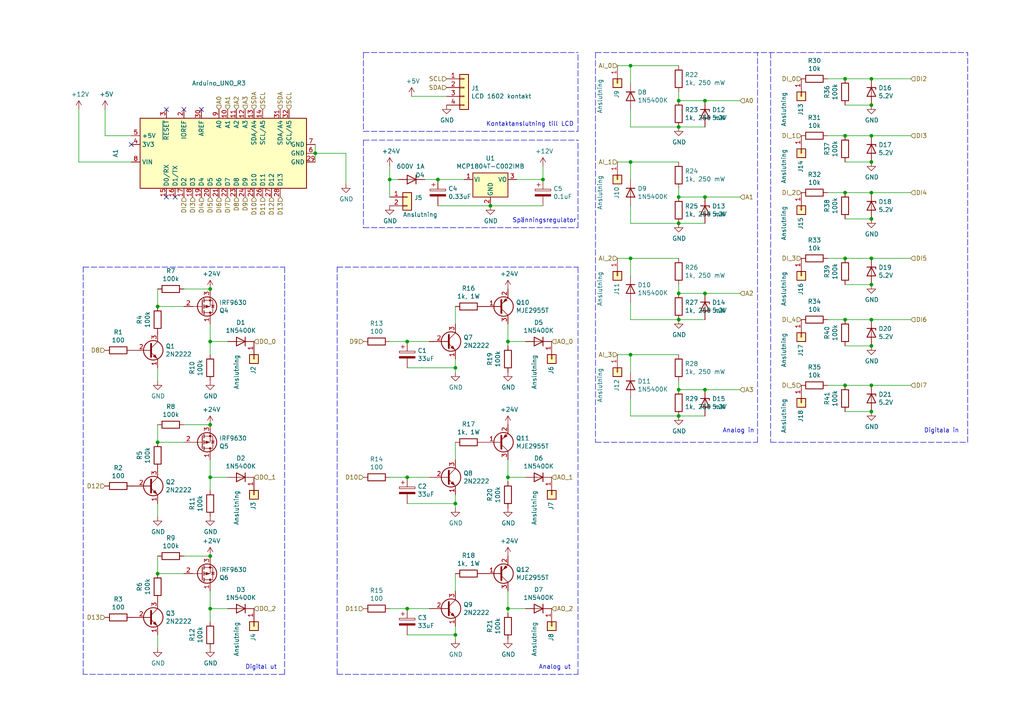
<source format=kicad_sch>
(kicad_sch (version 20211123) (generator eeschema)
  (paper "A4")
  (title_block (title "ITH PLC") (date "2021-12-02") (rev "-") (company "Institutet för tillämpad hydraulik") (comment 1 "Daniel Mårtensson"))
  (lib_symbols
    (symbol "Connector_Generic:Conn_01x01" (pin_names (offset 1.016) hide)
      (property "Reference" "J" (at 0 2.54 0))
      (property "Value" "Conn_01x01" (at 0 -2.54 0))
      (symbol "Conn_01x01_1_1"
        (pin passive line (at -5.08 0 0) (length 3.81) (name "Pin_1") (number "1"))
      )
    )
    (symbol "Connector_Generic:Conn_01x02" (pin_names (offset 1.016) hide)
      (property "Reference" "J" (at 0 2.54 0))
      (property "Value" "Conn_01x02" (at 0 -5.08 0))
      (symbol "Conn_01x02_1_1"
        (pin passive line (at -5.08 0 0) (length 3.81) (name "Pin_1") (number "1"))
        (pin passive line (at -5.08 -2.54 0) (length 3.81) (name "Pin_2") (number "2"))
      )
    )
    (symbol "Connector_Generic:Conn_01x04" (pin_names (offset 1.016) hide)
      (property "Reference" "J" (at 0 5.08 0))
      (property "Value" "Conn_01x04" (at 0 -7.62 0))
      (symbol "Conn_01x04_1_1"
        (pin passive line (at -5.08 2.54 0) (length 3.81) (name "Pin_1") (number "1"))
        (pin passive line (at -5.08 0 0) (length 3.81) (name "Pin_2") (number "2"))
        (pin passive line (at -5.08 -2.54 0) (length 3.81) (name "Pin_3") (number "3"))
        (pin passive line (at -5.08 -5.08 0) (length 3.81) (name "Pin_4") (number "4"))
      )
    )
    (symbol "Device:D" (pin_numbers hide) (pin_names (offset 1.016) hide)
      (property "Reference" "D" (at 0 2.54 0))
      (property "Value" "D" (at 0 -2.54 0))
      (symbol "D_1_1"
        (pin passive line (at -3.81 0 0) (length 2.54) (name "K") (number "1"))
        (pin passive line (at 3.81 0 180) (length 2.54) (name "A") (number "2"))
      )
    )
    (symbol "Device:D_Zener" (pin_numbers hide) (pin_names (offset 1.016) hide)
      (property "Reference" "D" (at 0 2.54 0))
      (property "Value" "D_Zener" (at 0 -2.54 0))
      (symbol "D_Zener_1_1"
        (pin passive line (at -3.81 0 0) (length 2.54) (name "K") (number "1"))
        (pin passive line (at 3.81 0 180) (length 2.54) (name "A") (number "2"))
      )
    )
    (symbol "Device:R" (pin_numbers hide) (pin_names (offset 0))
      (property "Reference" "R" (at 2.032 0 90))
      (property "Value" "R" (at 0 0 90))
      (symbol "R_1_1"
        (pin passive line (at 0 3.81 270) (length 1.27) (name "~") (number "1"))
        (pin passive line (at 0 -3.81 90) (length 1.27) (name "~") (number "2"))
      )
    )
    (symbol "Goobylåda---Kretskort-rescue:CP-Device" (pin_numbers hide) (pin_names (offset 0.254))
      (property "Reference" "C" (at 0.635 2.54 0))
      (property "Value" "CP-Device" (at 0.635 -2.54 0))
      (symbol "CP-Device_1_1"
        (pin passive line (at 0 3.81 270) (length 2.794) (name "~") (number "1"))
        (pin passive line (at 0 -3.81 90) (length 2.794) (name "~") (number "2"))
      )
    )
    (symbol "MCU_Module:Arduino_UNO_R3"
      (property "Reference" "A" (at -10.16 23.495 0))
      (property "Value" "Arduino_UNO_R3" (at 5.08 -26.67 0))
      (symbol "Arduino_UNO_R3_1_1"
        (pin no_connect line (at -10.16 -20.32 0) (length 2.54) hide (name "NC") (number "1"))
        (pin bidirectional line (at 12.7 -2.54 180) (length 2.54) (name "A1") (number "10"))
        (pin bidirectional line (at 12.7 -5.08 180) (length 2.54) (name "A2") (number "11"))
        (pin bidirectional line (at 12.7 -7.62 180) (length 2.54) (name "A3") (number "12"))
        (pin bidirectional line (at 12.7 -10.16 180) (length 2.54) (name "SDA/A4") (number "13"))
        (pin bidirectional line (at 12.7 -12.7 180) (length 2.54) (name "SCL/A5") (number "14"))
        (pin bidirectional line (at -12.7 15.24 0) (length 2.54) (name "D0/RX") (number "15"))
        (pin bidirectional line (at -12.7 12.7 0) (length 2.54) (name "D1/TX") (number "16"))
        (pin bidirectional line (at -12.7 10.16 0) (length 2.54) (name "D2") (number "17"))
        (pin bidirectional line (at -12.7 7.62 0) (length 2.54) (name "D3") (number "18"))
        (pin bidirectional line (at -12.7 5.08 0) (length 2.54) (name "D4") (number "19"))
        (pin output line (at 12.7 10.16 180) (length 2.54) (name "IOREF") (number "2"))
        (pin bidirectional line (at -12.7 2.54 0) (length 2.54) (name "D5") (number "20"))
        (pin bidirectional line (at -12.7 0 0) (length 2.54) (name "D6") (number "21"))
        (pin bidirectional line (at -12.7 -2.54 0) (length 2.54) (name "D7") (number "22"))
        (pin bidirectional line (at -12.7 -5.08 0) (length 2.54) (name "D8") (number "23"))
        (pin bidirectional line (at -12.7 -7.62 0) (length 2.54) (name "D9") (number "24"))
        (pin bidirectional line (at -12.7 -10.16 0) (length 2.54) (name "D10") (number "25"))
        (pin bidirectional line (at -12.7 -12.7 0) (length 2.54) (name "D11") (number "26"))
        (pin bidirectional line (at -12.7 -15.24 0) (length 2.54) (name "D12") (number "27"))
        (pin bidirectional line (at -12.7 -17.78 0) (length 2.54) (name "D13") (number "28"))
        (pin power_in line (at -2.54 -27.94 90) (length 2.54) (name "GND") (number "29"))
        (pin input line (at 12.7 15.24 180) (length 2.54) (name "~{RESET}") (number "3"))
        (pin input line (at 12.7 5.08 180) (length 2.54) (name "AREF") (number "30"))
        (pin bidirectional line (at 12.7 -17.78 180) (length 2.54) (name "SDA/A4") (number "31"))
        (pin bidirectional line (at 12.7 -20.32 180) (length 2.54) (name "SCL/A5") (number "32"))
        (pin power_out line (at 2.54 25.4 270) (length 2.54) (name "3V3") (number "4"))
        (pin power_out line (at 5.08 25.4 270) (length 2.54) (name "+5V") (number "5"))
        (pin power_in line (at 0 -27.94 90) (length 2.54) (name "GND") (number "6"))
        (pin power_in line (at 2.54 -27.94 90) (length 2.54) (name "GND") (number "7"))
        (pin power_in line (at -2.54 25.4 270) (length 2.54) (name "VIN") (number "8"))
        (pin bidirectional line (at 12.7 0 180) (length 2.54) (name "A0") (number "9"))
      )
    )
    (symbol "Regulator_Linear:LM7812_TO220" (pin_names (offset 0.254))
      (property "Reference" "U" (at -3.81 3.175 0))
      (property "Value" "LM7812_TO220" (at 0 3.175 0))
      (symbol "LM7812_TO220_1_1"
        (pin power_in line (at -7.62 0 0) (length 2.54) (name "VI") (number "1"))
        (pin power_in line (at 0 -7.62 90) (length 2.54) (name "GND") (number "2"))
        (pin power_out line (at 7.62 0 180) (length 2.54) (name "VO") (number "3"))
      )
    )
    (symbol "Transistor_BJT:2N2219" (pin_names (offset 0) hide)
      (property "Reference" "Q" (at 5.08 1.905 0))
      (property "Value" "2N2219" (at 5.08 0 0))
      (symbol "2N2219_1_1"
        (pin passive line (at 2.54 -5.08 90) (length 2.54) (name "E") (number "1"))
        (pin passive line (at -5.08 0 0) (length 5.715) (name "B") (number "2"))
        (pin passive line (at 2.54 5.08 270) (length 2.54) (name "C") (number "3"))
      )
    )
    (symbol "Transistor_BJT:MJ2955" (pin_names (offset 0) hide)
      (property "Reference" "Q" (at 5.08 1.905 0))
      (property "Value" "MJ2955" (at 5.08 0 0))
      (symbol "MJ2955_1_1"
        (pin input line (at -5.08 0 0) (length 5.715) (name "B") (number "1"))
        (pin passive line (at 2.54 -5.08 90) (length 2.54) (name "E") (number "2"))
        (pin passive line (at 2.54 5.08 270) (length 2.54) (name "C") (number "3"))
      )
    )
    (symbol "Transistor_FET:IRF9383M" (pin_names hide)
      (property "Reference" "Q" (at 5.08 1.905 0))
      (property "Value" "IRF9383M" (at 5.08 0 0))
      (symbol "IRF9383M_1_1"
        (pin passive line (at 2.54 5.08 270) (length 2.54) (name "D") (number "1"))
        (pin input line (at -5.08 0 0) (length 2.54) (name "G") (number "2"))
        (pin passive line (at 2.54 -5.08 90) (length 2.54) (name "S") (number "3"))
      )
    )
    (symbol "power:+12V" (power) (pin_names (offset 0))
      (property "Value" "+12V" (at 0 3.556 0))
      (symbol "+12V_1_1"
        (pin power_in line (at 0 0 90) (length 0) hide (name "+12V") (number "1"))
      )
    )
    (symbol "power:+24V" (power) (pin_names (offset 0))
      (property "Value" "+24V" (at 0 3.556 0))
      (symbol "+24V_1_1"
        (pin power_in line (at 0 0 90) (length 0) hide (name "+24V") (number "1"))
      )
    )
    (symbol "power:+5V" (power) (pin_names (offset 0))
      (property "Value" "+5V" (at 0 3.556 0))
      (symbol "+5V_1_1"
        (pin power_in line (at 0 0 90) (length 0) hide (name "+5V") (number "1"))
      )
    )
    (symbol "power:GND" (power) (pin_names (offset 0))
      (property "Value" "GND" (at 0 -3.81 0))
      (symbol "GND_1_1"
        (pin power_in line (at 0 0 270) (length 0) hide (name "GND") (number "1"))
      )
    )
  )
  (junction (at 252.73 82.55))
  (junction (at 60.96 123.19))
  (junction (at 196.85 120.65))
  (junction (at 118.11 138.43))
  (junction (at 252.73 30.48))
  (junction (at 245.11 39.37))
  (junction (at 252.73 63.5))
  (junction (at 142.24 59.69))
  (junction (at 204.47 85.09))
  (junction (at 252.73 111.76))
  (junction (at 196.85 113.03))
  (junction (at 127 52.07))
  (junction (at 182.88 102.87))
  (junction (at 252.73 100.33))
  (junction (at 45.72 128.27))
  (junction (at 147.32 99.06))
  (junction (at 204.47 29.21))
  (junction (at 60.96 176.53))
  (junction (at 91.44 44.45))
  (junction (at 196.85 92.71))
  (junction (at 245.11 55.88))
  (junction (at 118.11 176.53))
  (junction (at 196.85 64.77))
  (junction (at 132.08 106.68))
  (junction (at 157.48 52.07))
  (junction (at 60.96 83.82))
  (junction (at 245.11 111.76))
  (junction (at 196.85 36.83))
  (junction (at 252.73 55.88))
  (junction (at 132.08 184.15))
  (junction (at 252.73 46.99))
  (junction (at 60.96 138.43))
  (junction (at 147.32 176.53))
  (junction (at 252.73 119.38))
  (junction (at 60.96 99.06))
  (junction (at 204.47 113.03))
  (junction (at 204.47 57.15))
  (junction (at 182.88 74.93))
  (junction (at 245.11 22.86))
  (junction (at 45.72 88.9))
  (junction (at 252.73 39.37))
  (junction (at 196.85 29.21))
  (junction (at 252.73 74.93))
  (junction (at 147.32 138.43))
  (junction (at 196.85 57.15))
  (junction (at 132.08 146.05))
  (junction (at 60.96 161.29))
  (junction (at 182.88 46.99))
  (junction (at 252.73 92.71))
  (junction (at 196.85 85.09))
  (junction (at 113.03 52.07))
  (junction (at 252.73 22.86))
  (junction (at 245.11 74.93))
  (junction (at 118.11 99.06))
  (junction (at 245.11 92.71))
  (junction (at 45.72 166.37))
  (junction (at 182.88 19.05))
  (no_connect (at 50.8 57.15))
  (no_connect (at 48.26 57.15))
  (no_connect (at 38.1 41.91))
  (no_connect (at 48.26 31.75))
  (no_connect (at 53.34 31.75))
  (no_connect (at 58.42 31.75))
  (wire (pts (xy 182.88 80.01) (xy 182.88 74.93)))
  (polyline (pts (xy 223.52 15.24) (xy 223.52 128.27)))
  (wire (pts (xy 204.47 36.83) (xy 196.85 36.83)))
  (wire (pts (xy 38.1 39.37) (xy 30.48 39.37)))
  (wire (pts (xy 53.34 123.19) (xy 60.96 123.19)))
  (wire (pts (xy 45.72 187.96) (xy 45.72 184.15)))
  (wire (pts (xy 118.11 184.15) (xy 132.08 184.15)))
  (wire (pts (xy 196.85 29.21) (xy 196.85 26.67)))
  (wire (pts (xy 182.88 107.95) (xy 182.88 102.87)))
  (wire (pts (xy 147.32 100.33) (xy 147.32 99.06)))
  (wire (pts (xy 252.73 92.71) (xy 264.16 92.71)))
  (wire (pts (xy 182.88 36.83) (xy 182.88 31.75)))
  (wire (pts (xy 66.04 176.53) (xy 60.96 176.53)))
  (polyline (pts (xy 167.64 38.1) (xy 167.64 15.24)))
  (wire (pts (xy 252.73 39.37) (xy 245.11 39.37)))
  (polyline (pts (xy 97.79 195.58) (xy 167.64 195.58)))
  (wire (pts (xy 252.73 74.93) (xy 245.11 74.93)))
  (wire (pts (xy 252.73 55.88) (xy 245.11 55.88)))
  (polyline (pts (xy 105.41 40.64) (xy 167.64 40.64)))
  (polyline (pts (xy 82.55 195.58) (xy 24.13 195.58)))
  (wire (pts (xy 252.73 46.99) (xy 245.11 46.99)))
  (wire (pts (xy 113.03 52.07) (xy 113.03 48.26)))
  (wire (pts (xy 182.88 52.07) (xy 182.88 46.99)))
  (wire (pts (xy 147.32 171.45) (xy 147.32 176.53)))
  (wire (pts (xy 204.47 29.21) (xy 214.63 29.21)))
  (wire (pts (xy 66.04 99.06) (xy 60.96 99.06)))
  (wire (pts (xy 204.47 85.09) (xy 214.63 85.09)))
  (wire (pts (xy 45.72 123.19) (xy 45.72 128.27)))
  (wire (pts (xy 142.24 59.69) (xy 127 59.69)))
  (polyline (pts (xy 167.64 77.47) (xy 167.64 195.58)))
  (wire (pts (xy 204.47 57.15) (xy 214.63 57.15)))
  (wire (pts (xy 115.57 52.07) (xy 113.03 52.07)))
  (wire (pts (xy 196.85 113.03) (xy 204.47 113.03)))
  (polyline (pts (xy 105.41 66.04) (xy 167.64 66.04)))
  (wire (pts (xy 132.08 171.45) (xy 132.08 166.37)))
  (wire (pts (xy 157.48 52.07) (xy 157.48 48.26)))
  (wire (pts (xy 132.08 107.95) (xy 132.08 106.68)))
  (wire (pts (xy 196.85 85.09) (xy 204.47 85.09)))
  (wire (pts (xy 196.85 85.09) (xy 196.85 82.55)))
  (wire (pts (xy 129.54 27.94) (xy 119.38 27.94)))
  (polyline (pts (xy 167.64 66.04) (xy 167.64 40.64)))
  (wire (pts (xy 118.11 176.53) (xy 124.46 176.53)))
  (wire (pts (xy 182.88 36.83) (xy 196.85 36.83)))
  (wire (pts (xy 100.33 44.45) (xy 91.44 44.45)))
  (polyline (pts (xy 97.79 195.58) (xy 97.79 77.47)))
  (wire (pts (xy 132.08 147.32) (xy 132.08 146.05)))
  (wire (pts (xy 196.85 57.15) (xy 204.47 57.15)))
  (wire (pts (xy 45.72 149.86) (xy 45.72 146.05)))
  (wire (pts (xy 152.4 176.53) (xy 147.32 176.53)))
  (wire (pts (xy 147.32 93.98) (xy 147.32 99.06)))
  (wire (pts (xy 113.03 176.53) (xy 118.11 176.53)))
  (wire (pts (xy 147.32 139.7) (xy 147.32 138.43)))
  (wire (pts (xy 60.96 138.43) (xy 60.96 142.24)))
  (wire (pts (xy 60.96 99.06) (xy 60.96 102.87)))
  (wire (pts (xy 53.34 83.82) (xy 60.96 83.82)))
  (polyline (pts (xy 105.41 38.1) (xy 167.64 38.1)))
  (wire (pts (xy 252.73 100.33) (xy 245.11 100.33)))
  (wire (pts (xy 245.11 39.37) (xy 240.03 39.37)))
  (wire (pts (xy 60.96 93.98) (xy 60.96 99.06)))
  (wire (pts (xy 204.47 92.71) (xy 196.85 92.71)))
  (wire (pts (xy 147.32 133.35) (xy 147.32 138.43)))
  (wire (pts (xy 252.73 22.86) (xy 264.16 22.86)))
  (wire (pts (xy 113.03 57.15) (xy 113.03 52.07)))
  (wire (pts (xy 132.08 133.35) (xy 132.08 128.27)))
  (polyline (pts (xy 219.71 128.27) (xy 219.71 15.24)))
  (wire (pts (xy 45.72 88.9) (xy 53.34 88.9)))
  (wire (pts (xy 252.73 111.76) (xy 245.11 111.76)))
  (wire (pts (xy 245.11 92.71) (xy 252.73 92.71)))
  (polyline (pts (xy 172.72 128.27) (xy 219.71 128.27)))
  (wire (pts (xy 100.33 53.34) (xy 100.33 44.45)))
  (polyline (pts (xy 172.72 15.24) (xy 172.72 128.27)))
  (wire (pts (xy 45.72 166.37) (xy 53.34 166.37)))
  (wire (pts (xy 204.47 113.03) (xy 214.63 113.03)))
  (wire (pts (xy 182.88 102.87) (xy 196.85 102.87)))
  (wire (pts (xy 182.88 19.05) (xy 179.07 19.05)))
  (wire (pts (xy 196.85 113.03) (xy 196.85 110.49)))
  (wire (pts (xy 182.88 46.99) (xy 179.07 46.99)))
  (polyline (pts (xy 105.41 40.64) (xy 105.41 66.04)))
  (wire (pts (xy 252.73 55.88) (xy 264.16 55.88)))
  (wire (pts (xy 60.96 171.45) (xy 60.96 176.53)))
  (wire (pts (xy 91.44 46.99) (xy 91.44 44.45)))
  (wire (pts (xy 245.11 111.76) (xy 240.03 111.76)))
  (wire (pts (xy 182.88 102.87) (xy 179.07 102.87)))
  (wire (pts (xy 45.72 110.49) (xy 45.72 106.68)))
  (wire (pts (xy 152.4 138.43) (xy 147.32 138.43)))
  (wire (pts (xy 149.86 52.07) (xy 157.48 52.07)))
  (wire (pts (xy 182.88 19.05) (xy 196.85 19.05)))
  (wire (pts (xy 240.03 92.71) (xy 245.11 92.71)))
  (wire (pts (xy 182.88 64.77) (xy 182.88 59.69)))
  (wire (pts (xy 182.88 120.65) (xy 196.85 120.65)))
  (wire (pts (xy 252.73 74.93) (xy 264.16 74.93)))
  (wire (pts (xy 182.88 64.77) (xy 196.85 64.77)))
  (wire (pts (xy 60.96 176.53) (xy 60.96 180.34)))
  (polyline (pts (xy 172.72 15.24) (xy 280.67 15.24)))
  (wire (pts (xy 118.11 99.06) (xy 124.46 99.06)))
  (wire (pts (xy 45.72 161.29) (xy 45.72 166.37)))
  (wire (pts (xy 245.11 22.86) (xy 240.03 22.86)))
  (wire (pts (xy 152.4 99.06) (xy 147.32 99.06)))
  (wire (pts (xy 252.73 111.76) (xy 264.16 111.76)))
  (wire (pts (xy 182.88 74.93) (xy 179.07 74.93)))
  (wire (pts (xy 113.03 138.43) (xy 118.11 138.43)))
  (polyline (pts (xy 24.13 195.58) (xy 24.13 77.47)))
  (wire (pts (xy 252.73 39.37) (xy 264.16 39.37)))
  (wire (pts (xy 196.85 57.15) (xy 196.85 54.61)))
  (wire (pts (xy 182.88 92.71) (xy 196.85 92.71)))
  (wire (pts (xy 204.47 64.77) (xy 196.85 64.77)))
  (wire (pts (xy 147.32 177.8) (xy 147.32 176.53)))
  (wire (pts (xy 66.04 138.43) (xy 60.96 138.43)))
  (wire (pts (xy 182.88 74.93) (xy 196.85 74.93)))
  (wire (pts (xy 60.96 133.35) (xy 60.96 138.43)))
  (wire (pts (xy 132.08 185.42) (xy 132.08 184.15)))
  (polyline (pts (xy 223.52 128.27) (xy 280.67 128.27)))
  (wire (pts (xy 113.03 99.06) (xy 118.11 99.06)))
  (wire (pts (xy 245.11 55.88) (xy 240.03 55.88)))
  (wire (pts (xy 22.86 31.75) (xy 22.86 46.99)))
  (wire (pts (xy 132.08 93.98) (xy 132.08 88.9)))
  (wire (pts (xy 252.73 30.48) (xy 245.11 30.48)))
  (wire (pts (xy 45.72 83.82) (xy 45.72 88.9)))
  (wire (pts (xy 22.86 46.99) (xy 38.1 46.99)))
  (wire (pts (xy 252.73 82.55) (xy 245.11 82.55)))
  (wire (pts (xy 127 52.07) (xy 134.62 52.07)))
  (wire (pts (xy 252.73 63.5) (xy 245.11 63.5)))
  (wire (pts (xy 182.88 24.13) (xy 182.88 19.05)))
  (wire (pts (xy 132.08 184.15) (xy 132.08 181.61)))
  (polyline (pts (xy 280.67 128.27) (xy 280.67 15.24)))
  (wire (pts (xy 252.73 22.86) (xy 245.11 22.86)))
  (wire (pts (xy 196.85 29.21) (xy 204.47 29.21)))
  (polyline (pts (xy 97.79 77.47) (xy 167.64 77.47)))
  (wire (pts (xy 182.88 92.71) (xy 182.88 87.63)))
  (polyline (pts (xy 105.41 15.24) (xy 105.41 38.1)))
  (wire (pts (xy 118.11 106.68) (xy 132.08 106.68)))
  (wire (pts (xy 157.48 59.69) (xy 142.24 59.69)))
  (wire (pts (xy 132.08 146.05) (xy 132.08 143.51)))
  (wire (pts (xy 204.47 120.65) (xy 196.85 120.65)))
  (wire (pts (xy 123.19 52.07) (xy 127 52.07)))
  (polyline (pts (xy 24.13 77.47) (xy 82.55 77.47)))
  (wire (pts (xy 182.88 46.99) (xy 196.85 46.99)))
  (wire (pts (xy 118.11 146.05) (xy 132.08 146.05)))
  (wire (pts (xy 118.11 138.43) (xy 124.46 138.43)))
  (wire (pts (xy 45.72 128.27) (xy 53.34 128.27)))
  (wire (pts (xy 30.48 39.37) (xy 30.48 31.75)))
  (wire (pts (xy 132.08 106.68) (xy 132.08 104.14)))
  (wire (pts (xy 245.11 74.93) (xy 240.03 74.93)))
  (wire (pts (xy 91.44 44.45) (xy 91.44 41.91)))
  (wire (pts (xy 182.88 120.65) (xy 182.88 115.57)))
  (wire (pts (xy 252.73 119.38) (xy 245.11 119.38)))
  (wire (pts (xy 53.34 161.29) (xy 60.96 161.29)))
  (polyline (pts (xy 105.41 15.24) (xy 167.64 15.24)))
  (polyline (pts (xy 82.55 77.47) (xy 82.55 195.58)))
  (text "Kontaktanslutning till LCD" (at 140.97 36.83 0) (effects (font (size 1.27 1.27)) (justify left bottom)))
  (text "Digitala in" (at 267.97 125.73 0) (effects (font (size 1.27 1.27)) (justify left bottom)))
  (text "Analog in" (at 209.55 125.73 0) (effects (font (size 1.27 1.27)) (justify left bottom)))
  (text "Analog ut" (at 156.21 194.31 0) (effects (font (size 1.27 1.27)) (justify left bottom)))
  (text "Spänningsregulator" (at 148.59 64.77 0) (effects (font (size 1.27 1.27)) (justify left bottom)))
  (text "Digital ut" (at 71.12 194.31 0) (effects (font (size 1.27 1.27)) (justify left bottom)))
  (hierarchical_label "D10" (shape input) (at 73.66 57.15 270))
  (hierarchical_label "DI_1" (shape input) (at 232.41 39.37 180))
  (hierarchical_label "DI5" (shape input) (at 264.16 74.93 0))
  (hierarchical_label "D8" (shape input) (at 30.48 101.6 180))
  (hierarchical_label "AI_3" (shape input) (at 179.07 102.87 180))
  (hierarchical_label "DI7" (shape input) (at 66.04 57.15 270))
  (hierarchical_label "D12" (shape input) (at 30.48 140.97 180))
  (hierarchical_label "D12" (shape input) (at 78.74 57.15 270))
  (hierarchical_label "A1" (shape input) (at 214.63 57.15 0))
  (hierarchical_label "AI_0" (shape input) (at 179.07 19.05 180))
  (hierarchical_label "A2" (shape input) (at 68.58 31.75 90))
  (hierarchical_label "DI6" (shape input) (at 63.5 57.15 270))
  (hierarchical_label "AO_1" (shape input) (at 160.02 138.43 0))
  (hierarchical_label "A0" (shape input) (at 214.63 29.21 0))
  (hierarchical_label "D9" (shape input) (at 71.12 57.15 270))
  (hierarchical_label "DI4" (shape input) (at 58.42 57.15 270))
  (hierarchical_label "DI_0" (shape input) (at 232.41 22.86 180))
  (hierarchical_label "DO_2" (shape input) (at 73.66 176.53 0))
  (hierarchical_label "SDA" (shape input) (at 129.54 25.4 180))
  (hierarchical_label "A0" (shape input) (at 63.5 31.75 90))
  (hierarchical_label "D11" (shape input) (at 105.41 176.53 180))
  (hierarchical_label "D13" (shape input) (at 81.28 57.15 270))
  (hierarchical_label "DI5" (shape input) (at 60.96 57.15 270))
  (hierarchical_label "SCL" (shape input) (at 129.54 22.86 180))
  (hierarchical_label "SCL" (shape input) (at 83.82 31.75 90))
  (hierarchical_label "AI_2" (shape input) (at 179.07 74.93 180))
  (hierarchical_label "DI_3" (shape input) (at 232.41 74.93 180))
  (hierarchical_label "SDA" (shape input) (at 73.66 31.75 90))
  (hierarchical_label "A1" (shape input) (at 66.04 31.75 90))
  (hierarchical_label "D8" (shape input) (at 68.58 57.15 270))
  (hierarchical_label "DI3" (shape input) (at 264.16 39.37 0))
  (hierarchical_label "SDA" (shape input) (at 81.28 31.75 90))
  (hierarchical_label "D13" (shape input) (at 30.48 179.07 180))
  (hierarchical_label "DI2" (shape input) (at 264.16 22.86 0))
  (hierarchical_label "A3" (shape input) (at 214.63 113.03 0))
  (hierarchical_label "D11" (shape input) (at 76.2 57.15 270))
  (hierarchical_label "DI2" (shape input) (at 53.34 57.15 270))
  (hierarchical_label "DI3" (shape input) (at 55.88 57.15 270))
  (hierarchical_label "DI_2" (shape input) (at 232.41 55.88 180))
  (hierarchical_label "AO_2" (shape input) (at 160.02 176.53 0))
  (hierarchical_label "DI6" (shape input) (at 264.16 92.71 0))
  (hierarchical_label "DO_1" (shape input) (at 73.66 138.43 0))
  (hierarchical_label "AO_0" (shape input) (at 160.02 99.06 0))
  (hierarchical_label "DI4" (shape input) (at 264.16 55.88 0))
  (hierarchical_label "A3" (shape input) (at 71.12 31.75 90))
  (hierarchical_label "AI_1" (shape input) (at 179.07 46.99 180))
  (hierarchical_label "A2" (shape input) (at 214.63 85.09 0))
  (hierarchical_label "SCL" (shape input) (at 76.2 31.75 90))
  (hierarchical_label "DI7" (shape input) (at 264.16 111.76 0))
  (hierarchical_label "D10" (shape input) (at 105.41 138.43 180))
  (hierarchical_label "DI_4" (shape input) (at 232.41 92.71 180))
  (hierarchical_label "D9" (shape input) (at 105.41 99.06 180))
  (hierarchical_label "DO_0" (shape input) (at 73.66 99.06 0))
  (hierarchical_label "DI_5" (shape input) (at 232.41 111.76 180))
  (symbol (lib_id "MCU_Module:Arduino_UNO_R3") (at 63.5 44.45 90) (unit 1)
    (property "Reference" "A1" (at 33.5026 44.45 0))
    (property "Value" "Arduino_UNO_R3" (at 63.5 24.13 90))
    (property "Footprint" "Module:Arduino_UNO_R3" (effects hide))
    (property "Datasheet" "https://www.arduino.cc/en/Main/arduinoBoardUno" (effects hide))
  )
  (symbol (lib_id "Regulator_Linear:LM7812_TO220") (at 142.24 52.07 0) (unit 1)
    (property "Reference" "U1" (at 142.24 45.9232 0))
    (property "Value" "MCP1804T-C002IMB" (at 142.24 48.2346 0))
    (property "Footprint" "Package_TO_SOT_SMD:SOT-89-3" (effects hide))
    (property "Datasheet" "https://www.onsemi.cn/PowerSolutions/document/MC7800-D.PDF" (effects hide))
  )
  (symbol (lib_id "power:GND") (at 142.24 59.69 0) (unit 1)
    (property "Reference" "#PWR0101" (effects hide))
    (property "Value" "GND" (at 142.367 64.0842 0))
  )
  (symbol (lib_id "Goobylåda---Kretskort-rescue:CP-Device") (at 127 55.88 0) (unit 1)
    (property "Reference" "C4" (at 129.9972 54.7116 0) (effects (justify left)))
    (property "Value" "0.33uF" (at 129.9972 57.023 0) (effects (justify left)))
    (property "Footprint" "Capacitor_SMD:CP_Elec_4x5.4" (effects hide))
  )
  (symbol (lib_id "Goobylåda---Kretskort-rescue:CP-Device") (at 157.48 55.88 0) (unit 1)
    (property "Reference" "C5" (at 160.4772 54.7116 0) (effects (justify left)))
    (property "Value" "0.1uF" (at 160.4772 57.023 0) (effects (justify left)))
    (property "Footprint" "Capacitor_SMD:CP_Elec_4x5.4" (effects hide))
  )
  (symbol (lib_id "power:+12V") (at 157.48 48.26 0) (unit 1)
    (property "Reference" "#PWR0102" (effects hide))
    (property "Value" "+12V" (at 157.861 43.8658 0))
  )
  (symbol (lib_id "power:+24V") (at 113.03 48.26 0) (unit 1)
    (property "Reference" "#PWR0103" (effects hide))
    (property "Value" "+24V" (at 113.411 43.8658 0))
  )
  (symbol (lib_id "Device:R") (at 236.22 22.86 270) (unit 1)
    (property "Reference" "R30" (at 236.22 17.6022 90))
    (property "Value" "10k" (at 236.22 19.9136 90))
    (property "Footprint" "Resistor_SMD:R_0603_1608Metric" (effects hide))
  )
  (symbol (lib_id "Device:D_Zener") (at 252.73 26.67 270) (unit 1)
    (property "Reference" "D16" (at 254.762 25.5016 90) (effects (justify left)))
    (property "Value" "5.2V" (at 254.762 27.813 90) (effects (justify left)))
    (property "Footprint" "Package_TO_SOT_SMD:SOT-23" (effects hide))
  )
  (symbol (lib_id "power:GND") (at 252.73 30.48 0) (unit 1)
    (property "Reference" "#PWR0104" (effects hide))
    (property "Value" "GND" (at 252.857 34.8742 0))
  )
  (symbol (lib_id "Device:R") (at 236.22 39.37 270) (unit 1)
    (property "Reference" "R31" (at 236.22 34.1122 90))
    (property "Value" "10k" (at 236.22 36.4236 90))
    (property "Footprint" "Resistor_SMD:R_0603_1608Metric" (effects hide))
  )
  (symbol (lib_id "Device:D_Zener") (at 252.73 43.18 270) (unit 1)
    (property "Reference" "D17" (at 254.762 42.0116 90) (effects (justify left)))
    (property "Value" "5.2V" (at 254.762 44.323 90) (effects (justify left)))
    (property "Footprint" "Package_TO_SOT_SMD:SOT-23" (effects hide))
  )
  (symbol (lib_id "power:GND") (at 252.73 46.99 0) (unit 1)
    (property "Reference" "#PWR0105" (effects hide))
    (property "Value" "GND" (at 252.857 51.3842 0))
  )
  (symbol (lib_id "Device:R") (at 236.22 55.88 270) (unit 1)
    (property "Reference" "R32" (at 236.22 50.6222 90))
    (property "Value" "10k" (at 236.22 52.9336 90))
    (property "Footprint" "Resistor_SMD:R_0603_1608Metric" (effects hide))
  )
  (symbol (lib_id "Device:D_Zener") (at 252.73 59.69 270) (unit 1)
    (property "Reference" "D18" (at 254.762 58.5216 90) (effects (justify left)))
    (property "Value" "5.2V" (at 254.762 60.833 90) (effects (justify left)))
    (property "Footprint" "Package_TO_SOT_SMD:SOT-23" (effects hide))
  )
  (symbol (lib_id "power:GND") (at 252.73 63.5 0) (unit 1)
    (property "Reference" "#PWR0106" (effects hide))
    (property "Value" "GND" (at 252.857 67.8942 0))
  )
  (symbol (lib_id "Device:R") (at 236.22 74.93 270) (unit 1)
    (property "Reference" "R33" (at 236.22 69.6722 90))
    (property "Value" "10k" (at 236.22 71.9836 90))
    (property "Footprint" "Resistor_SMD:R_0603_1608Metric" (effects hide))
  )
  (symbol (lib_id "Device:D_Zener") (at 252.73 78.74 270) (unit 1)
    (property "Reference" "D19" (at 254.762 77.5716 90) (effects (justify left)))
    (property "Value" "5.2V" (at 254.762 79.883 90) (effects (justify left)))
    (property "Footprint" "Package_TO_SOT_SMD:SOT-23" (effects hide))
  )
  (symbol (lib_id "power:GND") (at 252.73 82.55 0) (unit 1)
    (property "Reference" "#PWR0107" (effects hide))
    (property "Value" "GND" (at 252.857 86.9442 0))
  )
  (symbol (lib_id "Device:R") (at 236.22 92.71 270) (unit 1)
    (property "Reference" "R34" (at 236.22 87.4522 90))
    (property "Value" "10k" (at 236.22 89.7636 90))
    (property "Footprint" "Resistor_SMD:R_0603_1608Metric" (effects hide))
  )
  (symbol (lib_id "Device:D_Zener") (at 252.73 96.52 270) (unit 1)
    (property "Reference" "D20" (at 254.762 95.3516 90) (effects (justify left)))
    (property "Value" "5.2V" (at 254.762 97.663 90) (effects (justify left)))
    (property "Footprint" "Package_TO_SOT_SMD:SOT-23" (effects hide))
  )
  (symbol (lib_id "power:GND") (at 252.73 100.33 0) (unit 1)
    (property "Reference" "#PWR0108" (effects hide))
    (property "Value" "GND" (at 252.857 104.7242 0))
  )
  (symbol (lib_id "Device:R") (at 236.22 111.76 270) (unit 1)
    (property "Reference" "R35" (at 236.22 106.5022 90))
    (property "Value" "10k" (at 236.22 108.8136 90))
    (property "Footprint" "Resistor_SMD:R_0603_1608Metric" (effects hide))
  )
  (symbol (lib_id "Device:D_Zener") (at 252.73 115.57 270) (unit 1)
    (property "Reference" "D21" (at 254.762 114.4016 90) (effects (justify left)))
    (property "Value" "5.2V" (at 254.762 116.713 90) (effects (justify left)))
    (property "Footprint" "Package_TO_SOT_SMD:SOT-23" (effects hide))
  )
  (symbol (lib_id "power:GND") (at 252.73 119.38 0) (unit 1)
    (property "Reference" "#PWR0109" (effects hide))
    (property "Value" "GND" (at 252.857 123.7742 0))
  )
  (symbol (lib_id "power:GND") (at 100.33 53.34 0) (unit 1)
    (property "Reference" "#PWR0110" (effects hide))
    (property "Value" "GND" (at 100.457 57.7342 0))
  )
  (symbol (lib_id "power:+12V") (at 22.86 31.75 0) (unit 1)
    (property "Reference" "#PWR0111" (effects hide))
    (property "Value" "+12V" (at 23.241 27.3558 0))
  )
  (symbol (lib_id "Device:R") (at 196.85 33.02 0) (unit 1)
    (property "Reference" "R23" (at 198.628 31.8516 0) (effects (justify left)))
    (property "Value" "1k, 250 mW" (at 198.628 34.163 0) (effects (justify left)))
    (property "Footprint" "Resistor_SMD:R_1206_3216Metric" (effects hide))
  )
  (symbol (lib_id "Device:R") (at 196.85 22.86 0) (unit 1)
    (property "Reference" "R22" (at 198.628 21.6916 0) (effects (justify left)))
    (property "Value" "1k, 250 mW" (at 198.628 24.003 0) (effects (justify left)))
    (property "Footprint" "Resistor_SMD:R_1206_3216Metric" (effects hide))
  )
  (symbol (lib_id "Device:D_Zener") (at 204.47 33.02 270) (unit 1)
    (property "Reference" "D12" (at 206.502 31.8516 90) (effects (justify left)))
    (property "Value" "5.2V" (at 206.502 34.163 90) (effects (justify left)))
    (property "Footprint" "Package_TO_SOT_SMD:SOT-23" (effects hide))
  )
  (symbol (lib_id "Device:D") (at 182.88 27.94 270) (unit 1)
    (property "Reference" "D8" (at 184.912 26.7716 90) (effects (justify left)))
    (property "Value" "1N5400K" (at 184.912 29.083 90) (effects (justify left)))
    (property "Footprint" "Diode_SMD:D_SMB" (effects hide))
  )
  (symbol (lib_id "power:GND") (at 196.85 36.83 0) (unit 1)
    (property "Reference" "#PWR0112" (effects hide))
    (property "Value" "GND" (at 196.977 41.2242 0))
  )
  (symbol (lib_id "Device:R") (at 196.85 60.96 0) (unit 1)
    (property "Reference" "R25" (at 198.628 59.7916 0) (effects (justify left)))
    (property "Value" "1k, 250 mW" (at 198.628 62.103 0) (effects (justify left)))
    (property "Footprint" "Resistor_SMD:R_1206_3216Metric" (effects hide))
  )
  (symbol (lib_id "Device:R") (at 196.85 50.8 0) (unit 1)
    (property "Reference" "R24" (at 198.628 49.6316 0) (effects (justify left)))
    (property "Value" "1k, 250 mW" (at 198.628 51.943 0) (effects (justify left)))
    (property "Footprint" "Resistor_SMD:R_1206_3216Metric" (effects hide))
  )
  (symbol (lib_id "Device:D_Zener") (at 204.47 60.96 270) (unit 1)
    (property "Reference" "D13" (at 206.502 59.7916 90) (effects (justify left)))
    (property "Value" "5.2V" (at 206.502 62.103 90) (effects (justify left)))
    (property "Footprint" "Package_TO_SOT_SMD:SOT-23" (effects hide))
  )
  (symbol (lib_id "power:GND") (at 196.85 64.77 0) (unit 1)
    (property "Reference" "#PWR0113" (effects hide))
    (property "Value" "GND" (at 196.977 69.1642 0))
  )
  (symbol (lib_id "Device:R") (at 196.85 88.9 0) (unit 1)
    (property "Reference" "R27" (at 198.628 87.7316 0) (effects (justify left)))
    (property "Value" "1k, 250 mW" (at 198.628 90.043 0) (effects (justify left)))
    (property "Footprint" "Resistor_SMD:R_1206_3216Metric" (effects hide))
  )
  (symbol (lib_id "Device:R") (at 196.85 78.74 0) (unit 1)
    (property "Reference" "R26" (at 198.628 77.5716 0) (effects (justify left)))
    (property "Value" "1k, 250 mW" (at 198.628 79.883 0) (effects (justify left)))
    (property "Footprint" "Resistor_SMD:R_1206_3216Metric" (effects hide))
  )
  (symbol (lib_id "Device:D_Zener") (at 204.47 88.9 270) (unit 1)
    (property "Reference" "D14" (at 206.502 87.7316 90) (effects (justify left)))
    (property "Value" "5.2V" (at 206.502 90.043 90) (effects (justify left)))
    (property "Footprint" "Package_TO_SOT_SMD:SOT-23" (effects hide))
  )
  (symbol (lib_id "power:GND") (at 196.85 92.71 0) (unit 1)
    (property "Reference" "#PWR0114" (effects hide))
    (property "Value" "GND" (at 196.977 97.1042 0))
  )
  (symbol (lib_id "Device:R") (at 196.85 116.84 0) (unit 1)
    (property "Reference" "R29" (at 198.628 115.6716 0) (effects (justify left)))
    (property "Value" "1k, 250 mW" (at 198.628 117.983 0) (effects (justify left)))
    (property "Footprint" "Resistor_SMD:R_1206_3216Metric" (effects hide))
  )
  (symbol (lib_id "Device:R") (at 196.85 106.68 0) (unit 1)
    (property "Reference" "R28" (at 198.628 105.5116 0) (effects (justify left)))
    (property "Value" "1k, 250 mW" (at 198.628 107.823 0) (effects (justify left)))
    (property "Footprint" "Resistor_SMD:R_1206_3216Metric" (effects hide))
  )
  (symbol (lib_id "Device:D_Zener") (at 204.47 116.84 270) (unit 1)
    (property "Reference" "D15" (at 206.502 115.6716 90) (effects (justify left)))
    (property "Value" "5.2V" (at 206.502 117.983 90) (effects (justify left)))
    (property "Footprint" "Package_TO_SOT_SMD:SOT-23" (effects hide))
  )
  (symbol (lib_id "power:GND") (at 196.85 120.65 0) (unit 1)
    (property "Reference" "#PWR0115" (effects hide))
    (property "Value" "GND" (at 196.977 125.0442 0))
  )
  (symbol (lib_id "Device:D") (at 182.88 55.88 270) (unit 1)
    (property "Reference" "D9" (at 184.912 54.7116 90) (effects (justify left)))
    (property "Value" "1N5400K" (at 184.912 57.023 90) (effects (justify left)))
    (property "Footprint" "Diode_SMD:D_SMB" (effects hide))
  )
  (symbol (lib_id "Device:D") (at 182.88 83.82 270) (unit 1)
    (property "Reference" "D10" (at 184.912 82.6516 90) (effects (justify left)))
    (property "Value" "1N5400K" (at 184.912 84.963 90) (effects (justify left)))
    (property "Footprint" "Diode_SMD:D_SMB" (effects hide))
  )
  (symbol (lib_id "Device:D") (at 182.88 111.76 270) (unit 1)
    (property "Reference" "D11" (at 184.912 110.5916 90) (effects (justify left)))
    (property "Value" "1N5400K" (at 184.912 112.903 90) (effects (justify left)))
    (property "Footprint" "Diode_SMD:D_SMB" (effects hide))
  )
  (symbol (lib_id "Transistor_BJT:2N2219") (at 43.18 101.6 0) (unit 1)
    (property "Reference" "Q1" (at 48.0314 100.4316 0) (effects (justify left)))
    (property "Value" "2N2222 " (at 48.0314 102.743 0) (effects (justify left)))
    (property "Footprint" "Package_TO_SOT_SMD:SOT-23" (effects hide))
    (property "Datasheet" "http://www.onsemi.com/pub_link/Collateral/2N2219-D.PDF" (effects hide))
  )
  (symbol (lib_id "Connector_Generic:Conn_01x04") (at 134.62 25.4 0) (unit 1)
    (property "Reference" "J1" (at 136.652 25.6032 0) (effects (justify left)))
    (property "Value" "LCD 1602 kontakt" (at 136.652 27.9146 0) (effects (justify left)))
    (property "Footprint" "Connector_PinHeader_2.54mm:PinHeader_1x04_P2.54mm_Vertical" (effects hide))
  )
  (symbol (lib_id "power:+5V") (at 30.48 31.75 0) (unit 1)
    (property "Reference" "#PWR0116" (effects hide))
    (property "Value" "+5V" (at 30.861 27.3558 0))
  )
  (symbol (lib_id "power:GND") (at 129.54 30.48 0) (unit 1)
    (property "Reference" "#PWR0118" (effects hide))
    (property "Value" "GND" (at 129.667 34.8742 0))
  )
  (symbol (lib_id "power:+5V") (at 119.38 27.94 0) (unit 1)
    (property "Reference" "#PWR0117" (effects hide))
    (property "Value" "+5V" (at 119.761 23.5458 0))
  )
  (symbol (lib_id "Device:R") (at 45.72 92.71 0) (unit 1)
    (property "Reference" "R4" (at 40.4622 92.71 90))
    (property "Value" "100k" (at 42.7736 92.71 90))
    (property "Footprint" "Resistor_SMD:R_0603_1608Metric" (effects hide))
  )
  (symbol (lib_id "Transistor_BJT:MJ2955") (at 144.78 88.9 0) (mirror x) (unit 1)
    (property "Reference" "Q10" (at 149.6314 87.7316 0) (effects (justify left)))
    (property "Value" "MJE2955T" (at 149.6314 90.043 0) (effects (justify left)))
    (property "Footprint" "Package_TO_SOT_THT:TO-220-3_Vertical" (effects hide))
    (property "Datasheet" "http://www.onsemi.com/pub_link/Collateral/2N3055-D.PDF" (effects hide))
  )
  (symbol (lib_id "Device:R") (at 147.32 104.14 0) (unit 1)
    (property "Reference" "R19" (at 142.0622 104.14 90))
    (property "Value" "100k" (at 144.3736 104.14 90))
    (property "Footprint" "Resistor_SMD:R_0603_1608Metric" (effects hide))
  )
  (symbol (lib_id "power:GND") (at 147.32 107.95 0) (unit 1)
    (property "Reference" "#PWR0119" (effects hide))
    (property "Value" "GND" (at 147.447 112.3442 0))
  )
  (symbol (lib_id "Device:D") (at 156.21 99.06 180) (unit 1)
    (property "Reference" "D5" (at 156.21 93.5482 0))
    (property "Value" "1N5400K" (at 156.21 95.8596 0))
    (property "Footprint" "Diode_SMD:D_SMB" (effects hide))
  )
  (symbol (lib_id "power:+24V") (at 147.32 83.82 0) (unit 1)
    (property "Reference" "#PWR0120" (effects hide))
    (property "Value" "+24V" (at 147.701 79.4258 0))
  )
  (symbol (lib_id "Transistor_BJT:2N2219") (at 129.54 99.06 0) (unit 1)
    (property "Reference" "Q7" (at 134.3914 97.8916 0) (effects (justify left)))
    (property "Value" "2N2222 " (at 134.3914 100.203 0) (effects (justify left)))
    (property "Footprint" "Package_TO_SOT_SMD:SOT-23" (effects hide))
    (property "Datasheet" "http://www.onsemi.com/pub_link/Collateral/2N2219-D.PDF" (effects hide))
  )
  (symbol (lib_id "Device:R") (at 135.89 88.9 270) (unit 1)
    (property "Reference" "R16" (at 135.89 83.6422 90))
    (property "Value" "1k, 1W" (at 135.89 85.9536 90))
    (property "Footprint" "Resistor_SMD:R_2512_6332Metric" (effects hide))
  )
  (symbol (lib_id "power:GND") (at 132.08 107.95 0) (unit 1)
    (property "Reference" "#PWR0121" (effects hide))
    (property "Value" "GND" (at 132.207 112.3442 0))
  )
  (symbol (lib_id "Device:R") (at 109.22 99.06 270) (unit 1)
    (property "Reference" "R13" (at 109.22 93.8022 90))
    (property "Value" "100" (at 109.22 96.1136 90))
    (property "Footprint" "Resistor_SMD:R_0603_1608Metric" (effects hide))
  )
  (symbol (lib_id "Device:R") (at 60.96 146.05 0) (unit 1)
    (property "Reference" "R11" (at 55.7022 146.05 90))
    (property "Value" "100k" (at 58.0136 146.05 90))
    (property "Footprint" "Resistor_SMD:R_0603_1608Metric" (effects hide))
  )
  (symbol (lib_id "power:GND") (at 60.96 149.86 0) (unit 1)
    (property "Reference" "#PWR0131" (effects hide))
    (property "Value" "GND" (at 61.087 154.2542 0))
  )
  (symbol (lib_id "power:+24V") (at 60.96 123.19 0) (unit 1)
    (property "Reference" "#PWR0132" (effects hide))
    (property "Value" "+24V" (at 61.341 118.7958 0))
  )
  (symbol (lib_id "Device:R") (at 49.53 123.19 270) (unit 1)
    (property "Reference" "R8" (at 49.53 117.9322 90))
    (property "Value" "100k" (at 49.53 120.2436 90))
    (property "Footprint" "Resistor_SMD:R_0603_1608Metric" (effects hide))
  )
  (symbol (lib_id "power:GND") (at 45.72 149.86 0) (unit 1)
    (property "Reference" "#PWR0133" (effects hide))
    (property "Value" "GND" (at 45.847 154.2542 0))
  )
  (symbol (lib_id "Transistor_FET:IRF9383M") (at 58.42 128.27 0) (mirror x) (unit 1)
    (property "Reference" "Q5" (at 63.6016 129.4384 0) (effects (justify left)))
    (property "Value" "IRF9630" (at 63.6016 127.127 0) (effects (justify left)))
    (property "Footprint" "Package_TO_SOT_THT:TO-220-3_Vertical" (effects hide))
    (property "Datasheet" "https://www.infineon.com/dgdl/irf9383mpbf.pdf?fileId=5546d462533600a40153561169a11dab" (effects hide))
  )
  (symbol (lib_id "Device:R") (at 34.29 140.97 270) (unit 1)
    (property "Reference" "R2" (at 34.29 135.7122 90))
    (property "Value" "100" (at 34.29 138.0236 90))
    (property "Footprint" "Resistor_SMD:R_0603_1608Metric" (effects hide))
  )
  (symbol (lib_id "Transistor_BJT:2N2219") (at 43.18 140.97 0) (unit 1)
    (property "Reference" "Q2" (at 48.0314 139.8016 0) (effects (justify left)))
    (property "Value" "2N2222 " (at 48.0314 142.113 0) (effects (justify left)))
    (property "Footprint" "Package_TO_SOT_SMD:SOT-23" (effects hide))
    (property "Datasheet" "http://www.onsemi.com/pub_link/Collateral/2N2219-D.PDF" (effects hide))
  )
  (symbol (lib_id "Device:R") (at 45.72 132.08 0) (unit 1)
    (property "Reference" "R5" (at 40.4622 132.08 90))
    (property "Value" "100k" (at 42.7736 132.08 90))
    (property "Footprint" "Resistor_SMD:R_0603_1608Metric" (effects hide))
  )
  (symbol (lib_id "Transistor_BJT:MJ2955") (at 144.78 128.27 0) (mirror x) (unit 1)
    (property "Reference" "Q11" (at 149.6314 127.1016 0) (effects (justify left)))
    (property "Value" "MJE2955T" (at 149.6314 129.413 0) (effects (justify left)))
    (property "Footprint" "Package_TO_SOT_THT:TO-220-3_Vertical" (effects hide))
    (property "Datasheet" "http://www.onsemi.com/pub_link/Collateral/2N3055-D.PDF" (effects hide))
  )
  (symbol (lib_id "Device:R") (at 147.32 143.51 0) (unit 1)
    (property "Reference" "R20" (at 142.0622 143.51 90))
    (property "Value" "100k" (at 144.3736 143.51 90))
    (property "Footprint" "Resistor_SMD:R_0603_1608Metric" (effects hide))
  )
  (symbol (lib_id "power:GND") (at 147.32 147.32 0) (unit 1)
    (property "Reference" "#PWR0122" (effects hide))
    (property "Value" "GND" (at 147.447 151.7142 0))
  )
  (symbol (lib_id "Device:D") (at 156.21 138.43 180) (unit 1)
    (property "Reference" "D6" (at 156.21 132.9182 0))
    (property "Value" "1N5400K" (at 156.21 135.2296 0))
    (property "Footprint" "Diode_SMD:D_SMB" (effects hide))
  )
  (symbol (lib_id "power:+24V") (at 147.32 123.19 0) (unit 1)
    (property "Reference" "#PWR0123" (effects hide))
    (property "Value" "+24V" (at 147.701 118.7958 0))
  )
  (symbol (lib_id "Transistor_BJT:2N2219") (at 129.54 138.43 0) (unit 1)
    (property "Reference" "Q8" (at 134.3914 137.2616 0) (effects (justify left)))
    (property "Value" "2N2222 " (at 134.3914 139.573 0) (effects (justify left)))
    (property "Footprint" "Package_TO_SOT_SMD:SOT-23" (effects hide))
    (property "Datasheet" "http://www.onsemi.com/pub_link/Collateral/2N2219-D.PDF" (effects hide))
  )
  (symbol (lib_id "Device:R") (at 135.89 128.27 270) (unit 1)
    (property "Reference" "R17" (at 135.89 123.0122 90))
    (property "Value" "1k, 1W" (at 135.89 125.3236 90))
    (property "Footprint" "Resistor_SMD:R_2512_6332Metric" (effects hide))
  )
  (symbol (lib_id "power:GND") (at 132.08 147.32 0) (unit 1)
    (property "Reference" "#PWR0124" (effects hide))
    (property "Value" "GND" (at 132.207 151.7142 0))
  )
  (symbol (lib_id "Device:R") (at 109.22 138.43 270) (unit 1)
    (property "Reference" "R14" (at 109.22 133.1722 90))
    (property "Value" "100" (at 109.22 135.4836 90))
    (property "Footprint" "Resistor_SMD:R_0603_1608Metric" (effects hide))
  )
  (symbol (lib_id "Transistor_BJT:MJ2955") (at 144.78 166.37 0) (mirror x) (unit 1)
    (property "Reference" "Q12" (at 149.6314 165.2016 0) (effects (justify left)))
    (property "Value" "MJE2955T" (at 149.6314 167.513 0) (effects (justify left)))
    (property "Footprint" "Package_TO_SOT_THT:TO-220-3_Vertical" (effects hide))
    (property "Datasheet" "http://www.onsemi.com/pub_link/Collateral/2N3055-D.PDF" (effects hide))
  )
  (symbol (lib_id "Device:R") (at 147.32 181.61 0) (unit 1)
    (property "Reference" "R21" (at 142.0622 181.61 90))
    (property "Value" "100k" (at 144.3736 181.61 90))
    (property "Footprint" "Resistor_SMD:R_0603_1608Metric" (effects hide))
  )
  (symbol (lib_id "power:GND") (at 147.32 185.42 0) (unit 1)
    (property "Reference" "#PWR0125" (effects hide))
    (property "Value" "GND" (at 147.447 189.8142 0))
  )
  (symbol (lib_id "Device:D") (at 156.21 176.53 180) (unit 1)
    (property "Reference" "D7" (at 156.21 171.0182 0))
    (property "Value" "1N5400K" (at 156.21 173.3296 0))
    (property "Footprint" "Diode_SMD:D_SMB" (effects hide))
  )
  (symbol (lib_id "power:+24V") (at 147.32 161.29 0) (unit 1)
    (property "Reference" "#PWR0126" (effects hide))
    (property "Value" "+24V" (at 147.701 156.8958 0))
  )
  (symbol (lib_id "Transistor_BJT:2N2219") (at 129.54 176.53 0) (unit 1)
    (property "Reference" "Q9" (at 134.3914 175.3616 0) (effects (justify left)))
    (property "Value" "2N2222 " (at 134.3914 177.673 0) (effects (justify left)))
    (property "Footprint" "Package_TO_SOT_SMD:SOT-23" (effects hide))
    (property "Datasheet" "http://www.onsemi.com/pub_link/Collateral/2N2219-D.PDF" (effects hide))
  )
  (symbol (lib_id "Device:R") (at 135.89 166.37 270) (unit 1)
    (property "Reference" "R18" (at 135.89 161.1122 90))
    (property "Value" "1k, 1W" (at 135.89 163.4236 90))
    (property "Footprint" "Resistor_SMD:R_2512_6332Metric" (effects hide))
  )
  (symbol (lib_id "power:GND") (at 132.08 185.42 0) (unit 1)
    (property "Reference" "#PWR0127" (effects hide))
    (property "Value" "GND" (at 132.207 189.8142 0))
  )
  (symbol (lib_id "Device:R") (at 109.22 176.53 270) (unit 1)
    (property "Reference" "R15" (at 109.22 171.2722 90))
    (property "Value" "100" (at 109.22 173.5836 90))
    (property "Footprint" "Resistor_SMD:R_0603_1608Metric" (effects hide))
  )
  (symbol (lib_id "Device:R") (at 60.96 184.15 0) (unit 1)
    (property "Reference" "R12" (at 55.7022 184.15 90))
    (property "Value" "100k" (at 58.0136 184.15 90))
    (property "Footprint" "Resistor_SMD:R_0603_1608Metric" (effects hide))
  )
  (symbol (lib_id "power:GND") (at 60.96 187.96 0) (unit 1)
    (property "Reference" "#PWR0134" (effects hide))
    (property "Value" "GND" (at 61.087 192.3542 0))
  )
  (symbol (lib_id "power:+24V") (at 60.96 161.29 0) (unit 1)
    (property "Reference" "#PWR0135" (effects hide))
    (property "Value" "+24V" (at 61.341 156.8958 0))
  )
  (symbol (lib_id "Device:R") (at 49.53 161.29 270) (unit 1)
    (property "Reference" "R9" (at 49.53 156.0322 90))
    (property "Value" "100k" (at 49.53 158.3436 90))
    (property "Footprint" "Resistor_SMD:R_0603_1608Metric" (effects hide))
  )
  (symbol (lib_id "power:GND") (at 45.72 187.96 0) (unit 1)
    (property "Reference" "#PWR0136" (effects hide))
    (property "Value" "GND" (at 45.847 192.3542 0))
  )
  (symbol (lib_id "Transistor_FET:IRF9383M") (at 58.42 166.37 0) (mirror x) (unit 1)
    (property "Reference" "Q6" (at 63.6016 167.5384 0) (effects (justify left)))
    (property "Value" "IRF9630" (at 63.6016 165.227 0) (effects (justify left)))
    (property "Footprint" "Package_TO_SOT_THT:TO-220-3_Vertical" (effects hide))
    (property "Datasheet" "https://www.infineon.com/dgdl/irf9383mpbf.pdf?fileId=5546d462533600a40153561169a11dab" (effects hide))
  )
  (symbol (lib_id "Device:R") (at 34.29 179.07 270) (unit 1)
    (property "Reference" "R3" (at 34.29 173.8122 90))
    (property "Value" "100" (at 34.29 176.1236 90))
    (property "Footprint" "Resistor_SMD:R_0603_1608Metric" (effects hide))
  )
  (symbol (lib_id "Transistor_BJT:2N2219") (at 43.18 179.07 0) (unit 1)
    (property "Reference" "Q3" (at 48.0314 177.9016 0) (effects (justify left)))
    (property "Value" "2N2222 " (at 48.0314 180.213 0) (effects (justify left)))
    (property "Footprint" "Package_TO_SOT_SMD:SOT-23" (effects hide))
    (property "Datasheet" "http://www.onsemi.com/pub_link/Collateral/2N2219-D.PDF" (effects hide))
  )
  (symbol (lib_id "Device:R") (at 45.72 170.18 0) (unit 1)
    (property "Reference" "R6" (at 40.4622 170.18 90))
    (property "Value" "100k" (at 42.7736 170.18 90))
    (property "Footprint" "Resistor_SMD:R_0603_1608Metric" (effects hide))
  )
  (symbol (lib_id "Device:R") (at 60.96 106.68 0) (unit 1)
    (property "Reference" "R10" (at 55.7022 106.68 90))
    (property "Value" "100k" (at 58.0136 106.68 90))
    (property "Footprint" "Resistor_SMD:R_0603_1608Metric" (effects hide))
  )
  (symbol (lib_id "power:GND") (at 60.96 110.49 0) (unit 1)
    (property "Reference" "#PWR0128" (effects hide))
    (property "Value" "GND" (at 61.087 114.8842 0))
  )
  (symbol (lib_id "Device:D") (at 69.85 99.06 180) (unit 1)
    (property "Reference" "D1" (at 69.85 93.5482 0))
    (property "Value" "1N5400K" (at 69.85 95.8596 0))
    (property "Footprint" "Diode_SMD:D_SMB" (effects hide))
  )
  (symbol (lib_id "power:+24V") (at 60.96 83.82 0) (unit 1)
    (property "Reference" "#PWR0129" (effects hide))
    (property "Value" "+24V" (at 61.341 79.4258 0))
  )
  (symbol (lib_id "Device:R") (at 49.53 83.82 270) (unit 1)
    (property "Reference" "R7" (at 49.53 78.5622 90))
    (property "Value" "100k" (at 49.53 80.8736 90))
    (property "Footprint" "Resistor_SMD:R_0603_1608Metric" (effects hide))
  )
  (symbol (lib_id "power:GND") (at 45.72 110.49 0) (unit 1)
    (property "Reference" "#PWR0130" (effects hide))
    (property "Value" "GND" (at 45.847 114.8842 0))
  )
  (symbol (lib_id "Device:R") (at 34.29 101.6 270) (unit 1)
    (property "Reference" "R1" (at 34.29 96.3422 90))
    (property "Value" "100" (at 34.29 98.6536 90))
    (property "Footprint" "Resistor_SMD:R_0603_1608Metric" (effects hide))
  )
  (symbol (lib_id "Device:D") (at 69.85 138.43 180) (unit 1)
    (property "Reference" "D2" (at 69.85 132.9182 0))
    (property "Value" "1N5400K" (at 69.85 135.2296 0))
    (property "Footprint" "Diode_SMD:D_SMB" (effects hide))
  )
  (symbol (lib_id "Device:D") (at 69.85 176.53 180) (unit 1)
    (property "Reference" "D3" (at 69.85 171.0182 0))
    (property "Value" "1N5400K" (at 69.85 173.3296 0))
    (property "Footprint" "Diode_SMD:D_SMB" (effects hide))
  )
  (symbol (lib_id "Transistor_FET:IRF9383M") (at 58.42 88.9 0) (mirror x) (unit 1)
    (property "Reference" "Q4" (at 63.6016 90.0684 0) (effects (justify left)))
    (property "Value" "IRF9630" (at 63.6016 87.757 0) (effects (justify left)))
    (property "Footprint" "Package_TO_SOT_THT:TO-220-3_Vertical" (effects hide))
    (property "Datasheet" "https://www.infineon.com/dgdl/irf9383mpbf.pdf?fileId=5546d462533600a40153561169a11dab" (effects hide))
  )
  (symbol (lib_id "Device:D") (at 119.38 52.07 180) (unit 1)
    (property "Reference" "D4" (at 123.19 50.8 0) (effects (justify left)))
    (property "Value" "600V 1A" (at 123.19 48.26 0) (effects (justify left)))
    (property "Footprint" "Diode_SMD:D_SMA" (effects hide))
  )
  (symbol (lib_id "Goobylåda---Kretskort-rescue:CP-Device") (at 118.11 102.87 0) (unit 1)
    (property "Reference" "C1" (at 121.1072 101.7016 0) (effects (justify left)))
    (property "Value" "33uF" (at 121.1072 104.013 0) (effects (justify left)))
    (property "Footprint" "Capacitor_SMD:CP_Elec_4x5.4" (effects hide))
  )
  (symbol (lib_id "Goobylåda---Kretskort-rescue:CP-Device") (at 118.11 142.24 0) (unit 1)
    (property "Reference" "C2" (at 121.1072 141.0716 0) (effects (justify left)))
    (property "Value" "33uF" (at 121.1072 143.383 0) (effects (justify left)))
    (property "Footprint" "Capacitor_SMD:CP_Elec_4x5.4" (effects hide))
  )
  (symbol (lib_id "Goobylåda---Kretskort-rescue:CP-Device") (at 118.11 180.34 0) (unit 1)
    (property "Reference" "C3" (at 121.1072 179.1716 0) (effects (justify left)))
    (property "Value" "33uF" (at 121.1072 181.483 0) (effects (justify left)))
    (property "Footprint" "Capacitor_SMD:CP_Elec_4x5.4" (effects hide))
  )
  (symbol (lib_id "Device:R") (at 245.11 26.67 0) (unit 1)
    (property "Reference" "R36" (at 239.8522 26.67 90))
    (property "Value" "100k" (at 242.1636 26.67 90))
    (property "Footprint" "Resistor_SMD:R_0603_1608Metric" (effects hide))
  )
  (symbol (lib_id "Device:R") (at 245.11 43.18 0) (unit 1)
    (property "Reference" "R37" (at 239.8522 43.18 90))
    (property "Value" "100k" (at 242.1636 43.18 90))
    (property "Footprint" "Resistor_SMD:R_0603_1608Metric" (effects hide))
  )
  (symbol (lib_id "Device:R") (at 245.11 59.69 0) (unit 1)
    (property "Reference" "R38" (at 239.8522 59.69 90))
    (property "Value" "100k" (at 242.1636 59.69 90))
    (property "Footprint" "Resistor_SMD:R_0603_1608Metric" (effects hide))
  )
  (symbol (lib_id "Device:R") (at 245.11 78.74 0) (unit 1)
    (property "Reference" "R39" (at 239.8522 78.74 90))
    (property "Value" "100k" (at 242.1636 78.74 90))
    (property "Footprint" "Resistor_SMD:R_0603_1608Metric" (effects hide))
  )
  (symbol (lib_id "Device:R") (at 245.11 96.52 0) (unit 1)
    (property "Reference" "R40" (at 239.8522 96.52 90))
    (property "Value" "100k" (at 242.1636 96.52 90))
    (property "Footprint" "Resistor_SMD:R_0603_1608Metric" (effects hide))
  )
  (symbol (lib_id "Device:R") (at 245.11 115.57 0) (unit 1)
    (property "Reference" "R41" (at 239.8522 115.57 90))
    (property "Value" "100k" (at 242.1636 115.57 90))
    (property "Footprint" "Resistor_SMD:R_0603_1608Metric" (effects hide))
  )
  (symbol (lib_id "Connector_Generic:Conn_01x02") (at 118.11 57.15 0) (unit 1)
    (property "Reference" "J5" (at 120.142 57.3532 0) (effects (justify left)))
    (property "Value" "Anslutning" (at 116.84 62.23 0) (effects (justify left)))
    (property "Footprint" "Connector_PinHeader_2.54mm:PinHeader_1x02_P2.54mm_Vertical" (effects hide))
  )
  (symbol (lib_id "power:GND") (at 113.03 59.69 0) (unit 1)
    (property "Reference" "#PWR0137" (effects hide))
    (property "Value" "GND" (at 113.157 64.0842 0))
  )
  (symbol (lib_id "Connector_Generic:Conn_01x01") (at 73.66 104.14 270) (unit 1)
    (property "Reference" "J2" (at 73.4568 106.172 0) (effects (justify left)))
    (property "Value" "Anslutning" (at 68.58 102.87 0) (effects (justify left)))
    (property "Footprint" "Connector_PinHeader_2.54mm:PinHeader_1x01_P2.54mm_Vertical" (effects hide))
  )
  (symbol (lib_id "Connector_Generic:Conn_01x01") (at 73.66 143.51 270) (unit 1)
    (property "Reference" "J3" (at 73.4568 145.542 0) (effects (justify left)))
    (property "Value" "Anslutning" (at 68.58 142.24 0) (effects (justify left)))
    (property "Footprint" "Connector_PinHeader_2.54mm:PinHeader_1x01_P2.54mm_Vertical" (effects hide))
  )
  (symbol (lib_id "Connector_Generic:Conn_01x01") (at 73.66 181.61 270) (unit 1)
    (property "Reference" "J4" (at 73.4568 183.642 0) (effects (justify left)))
    (property "Value" "Anslutning" (at 68.58 180.34 0) (effects (justify left)))
    (property "Footprint" "Connector_PinHeader_2.54mm:PinHeader_1x01_P2.54mm_Vertical" (effects hide))
  )
  (symbol (lib_id "Connector_Generic:Conn_01x01") (at 160.02 181.61 270) (unit 1)
    (property "Reference" "J8" (at 159.8168 183.642 0) (effects (justify left)))
    (property "Value" "Anslutning" (at 154.94 180.34 0) (effects (justify left)))
    (property "Footprint" "Connector_PinHeader_2.54mm:PinHeader_1x01_P2.54mm_Vertical" (effects hide))
  )
  (symbol (lib_id "Connector_Generic:Conn_01x01") (at 160.02 143.51 270) (unit 1)
    (property "Reference" "J7" (at 159.8168 145.542 0) (effects (justify left)))
    (property "Value" "Anslutning" (at 154.94 142.24 0) (effects (justify left)))
    (property "Footprint" "Connector_PinHeader_2.54mm:PinHeader_1x01_P2.54mm_Vertical" (effects hide))
  )
  (symbol (lib_id "Connector_Generic:Conn_01x01") (at 160.02 104.14 270) (unit 1)
    (property "Reference" "J6" (at 159.8168 106.172 0) (effects (justify left)))
    (property "Value" "Anslutning" (at 154.94 102.87 0) (effects (justify left)))
    (property "Footprint" "Connector_PinHeader_2.54mm:PinHeader_1x01_P2.54mm_Vertical" (effects hide))
  )
  (symbol (lib_id "Connector_Generic:Conn_01x01") (at 179.07 107.95 270) (unit 1)
    (property "Reference" "J12" (at 178.8668 109.982 0) (effects (justify left)))
    (property "Value" "Anslutning" (at 173.99 106.68 0) (effects (justify left)))
    (property "Footprint" "Connector_PinHeader_2.54mm:PinHeader_1x01_P2.54mm_Vertical" (effects hide))
  )
  (symbol (lib_id "Connector_Generic:Conn_01x01") (at 179.07 80.01 270) (unit 1)
    (property "Reference" "J11" (at 178.8668 82.042 0) (effects (justify left)))
    (property "Value" "Anslutning" (at 173.99 78.74 0) (effects (justify left)))
    (property "Footprint" "Connector_PinHeader_2.54mm:PinHeader_1x01_P2.54mm_Vertical" (effects hide))
  )
  (symbol (lib_id "Connector_Generic:Conn_01x01") (at 179.07 52.07 270) (unit 1)
    (property "Reference" "J10" (at 178.8668 54.102 0) (effects (justify left)))
    (property "Value" "Anslutning" (at 173.99 50.8 0) (effects (justify left)))
    (property "Footprint" "Connector_PinHeader_2.54mm:PinHeader_1x01_P2.54mm_Vertical" (effects hide))
  )
  (symbol (lib_id "Connector_Generic:Conn_01x01") (at 179.07 24.13 270) (unit 1)
    (property "Reference" "J9" (at 178.8668 26.162 0) (effects (justify left)))
    (property "Value" "Anslutning" (at 173.99 22.86 0) (effects (justify left)))
    (property "Footprint" "Connector_PinHeader_2.54mm:PinHeader_1x01_P2.54mm_Vertical" (effects hide))
  )
  (symbol (lib_id "Connector_Generic:Conn_01x01") (at 232.41 27.94 270) (unit 1)
    (property "Reference" "J13" (at 232.2068 29.972 0) (effects (justify left)))
    (property "Value" "Anslutning" (at 227.33 26.67 0) (effects (justify left)))
    (property "Footprint" "Connector_PinHeader_2.54mm:PinHeader_1x01_P2.54mm_Vertical" (effects hide))
  )
  (symbol (lib_id "Connector_Generic:Conn_01x01") (at 232.41 44.45 270) (unit 1)
    (property "Reference" "J14" (at 232.2068 46.482 0) (effects (justify left)))
    (property "Value" "Anslutning" (at 227.33 43.18 0) (effects (justify left)))
    (property "Footprint" "Connector_PinHeader_2.54mm:PinHeader_1x01_P2.54mm_Vertical" (effects hide))
  )
  (symbol (lib_id "Connector_Generic:Conn_01x01") (at 232.41 60.96 270) (unit 1)
    (property "Reference" "J15" (at 232.2068 62.992 0) (effects (justify left)))
    (property "Value" "Anslutning" (at 227.33 59.69 0) (effects (justify left)))
    (property "Footprint" "Connector_PinHeader_2.54mm:PinHeader_1x01_P2.54mm_Vertical" (effects hide))
  )
  (symbol (lib_id "Connector_Generic:Conn_01x01") (at 232.41 80.01 270) (unit 1)
    (property "Reference" "J16" (at 232.2068 82.042 0) (effects (justify left)))
    (property "Value" "Anslutning" (at 227.33 78.74 0) (effects (justify left)))
    (property "Footprint" "Connector_PinHeader_2.54mm:PinHeader_1x01_P2.54mm_Vertical" (effects hide))
  )
  (symbol (lib_id "Connector_Generic:Conn_01x01") (at 232.41 97.79 270) (unit 1)
    (property "Reference" "J17" (at 232.2068 99.822 0) (effects (justify left)))
    (property "Value" "Anslutning" (at 227.33 96.52 0) (effects (justify left)))
    (property "Footprint" "Connector_PinHeader_2.54mm:PinHeader_1x01_P2.54mm_Vertical" (effects hide))
  )
  (symbol (lib_id "Connector_Generic:Conn_01x01") (at 232.41 116.84 270) (unit 1)
    (property "Reference" "J18" (at 232.2068 118.872 0) (effects (justify left)))
    (property "Value" "Anslutning" (at 227.33 115.57 0) (effects (justify left)))
    (property "Footprint" "Connector_PinHeader_2.54mm:PinHeader_1x01_P2.54mm_Vertical" (effects hide))
  )
)
</source>
